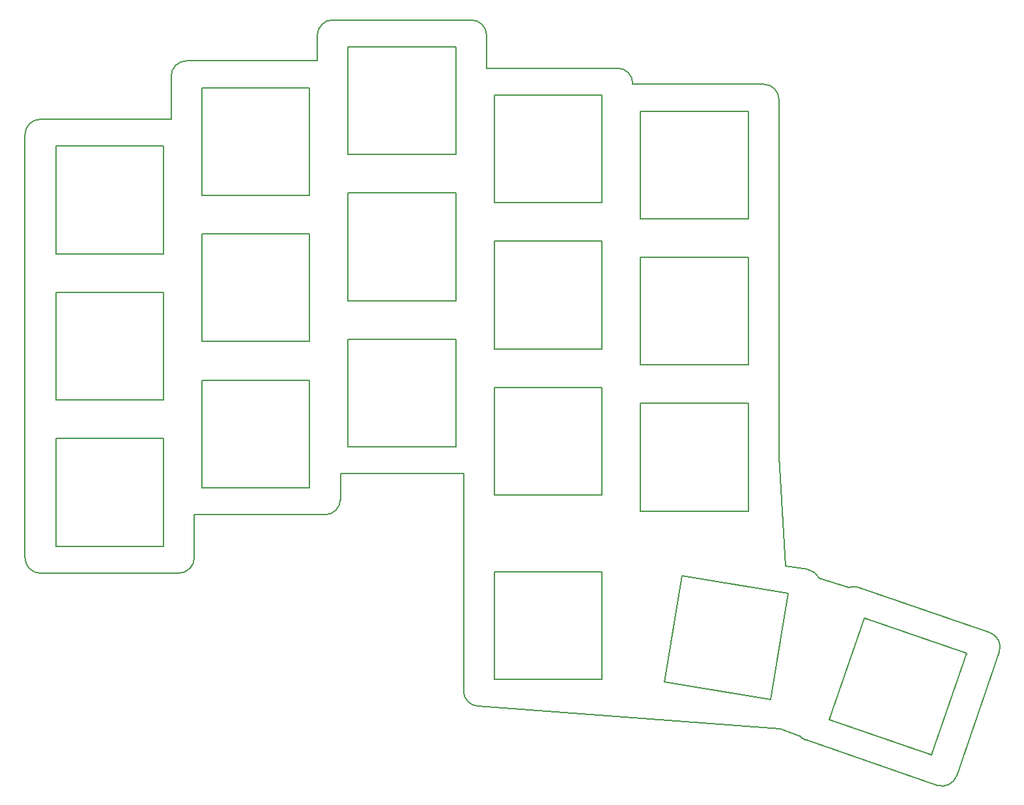
<source format=gbr>
%TF.GenerationSoftware,KiCad,Pcbnew,8.0.3*%
%TF.CreationDate,2024-07-17T09:40:22+02:00*%
%TF.ProjectId,top_plate,746f705f-706c-4617-9465-2e6b69636164,rev?*%
%TF.SameCoordinates,Original*%
%TF.FileFunction,Profile,NP*%
%FSLAX46Y46*%
G04 Gerber Fmt 4.6, Leading zero omitted, Abs format (unit mm)*
G04 Created by KiCad (PCBNEW 8.0.3) date 2024-07-17 09:40:22*
%MOMM*%
%LPD*%
G01*
G04 APERTURE LIST*
%TA.AperFunction,Profile*%
%ADD10C,0.150000*%
%TD*%
G04 APERTURE END LIST*
D10*
X18000000Y-85920000D02*
X36000000Y-85920000D01*
X38000000Y-83920000D02*
G75*
G02*
X36000000Y-85920000I-2000000J0D01*
G01*
X38000000Y-83920000D02*
X38000000Y-78320000D01*
X38000000Y-78320000D02*
X55000000Y-78320000D01*
X57000000Y-76320000D02*
G75*
G02*
X55000000Y-78320000I-2000000J0D01*
G01*
X57000000Y-76320000D02*
X57000000Y-73000000D01*
X57000000Y-73000000D02*
X73000000Y-73000000D01*
X73000000Y-101210000D02*
X73000000Y-73000000D01*
X74850177Y-103204380D02*
G75*
G02*
X73000000Y-101210000I149823J1994380D01*
G01*
X74850177Y-103204380D02*
X114192313Y-106159869D01*
X114192313Y-106159869D02*
X116679211Y-107055584D01*
X117537102Y-107634053D02*
G75*
G02*
X116679211Y-107055584I651137J1891036D01*
G01*
X117537103Y-107634054D02*
X134556437Y-113494281D01*
X137098611Y-112254379D02*
G75*
G02*
X134556437Y-113494281I-1891038J651136D01*
G01*
X137098611Y-112254380D02*
X142633269Y-96180564D01*
X141393368Y-93638391D02*
G75*
G02*
X142633269Y-96180564I-651136J-1891037D01*
G01*
X141393368Y-93638390D02*
X124374034Y-87778164D01*
X123046676Y-87786989D02*
G75*
G02*
X124374034Y-87778164I676222J-1882212D01*
G01*
X123046675Y-87786988D02*
X119230391Y-86569956D01*
X117749669Y-85446468D02*
G75*
G02*
X119230391Y-86569956I-330095J-1972571D01*
G01*
X117749669Y-85446468D02*
X114879027Y-84966087D01*
X114879027Y-84966087D02*
X114000000Y-70798016D01*
X114000000Y-70798016D02*
X114000000Y-24360000D01*
X112000000Y-22360000D02*
G75*
G02*
X114000000Y-24360000I0J-2000000D01*
G01*
X95000000Y-22360000D02*
X112000000Y-22360000D01*
X95000000Y-22360000D02*
X95000000Y-22270000D01*
X93000000Y-20270000D02*
G75*
G02*
X95000000Y-22270000I0J-2000000D01*
G01*
X76000000Y-20270000D02*
X93000000Y-20270000D01*
X76000000Y-20270000D02*
X76000000Y-16000000D01*
X74000000Y-14000000D02*
G75*
G02*
X76000000Y-16000000I0J-2000000D01*
G01*
X74000000Y-14000000D02*
X56000000Y-14000000D01*
X54000000Y-16000000D02*
G75*
G02*
X56000000Y-14000000I2000000J0D01*
G01*
X54000000Y-16000000D02*
X54000000Y-19320000D01*
X37000000Y-19320000D02*
X54000000Y-19320000D01*
X35000000Y-21320000D02*
G75*
G02*
X37000000Y-19320000I2000000J0D01*
G01*
X35000000Y-21320000D02*
X35000000Y-26920000D01*
X18000000Y-26920000D02*
X35000000Y-26920000D01*
X16000000Y-28920000D02*
G75*
G02*
X18000000Y-26920000I2000000J0D01*
G01*
X16000000Y-83920000D02*
X16000000Y-28920000D01*
X18000000Y-85920000D02*
G75*
G02*
X16000000Y-83920000I0J2000000D01*
G01*
X20000000Y-82420000D02*
X34000000Y-82420000D01*
X34000000Y-82420000D02*
X34000000Y-68420000D01*
X34000000Y-68420000D02*
X20000000Y-68420000D01*
X20000000Y-68420000D02*
X20000000Y-82420000D01*
X20000000Y-63420000D02*
X34000000Y-63420000D01*
X34000000Y-63420000D02*
X34000000Y-49420000D01*
X34000000Y-49420000D02*
X20000000Y-49420000D01*
X20000000Y-49420000D02*
X20000000Y-63420000D01*
X20000000Y-44420000D02*
X34000000Y-44420000D01*
X34000000Y-44420000D02*
X34000000Y-30420000D01*
X34000000Y-30420000D02*
X20000000Y-30420000D01*
X20000000Y-30420000D02*
X20000000Y-44420000D01*
X39000000Y-74820000D02*
X53000000Y-74820000D01*
X53000000Y-74820000D02*
X53000000Y-60820000D01*
X53000000Y-60820000D02*
X39000000Y-60820000D01*
X39000000Y-60820000D02*
X39000000Y-74820000D01*
X39000000Y-55820000D02*
X53000000Y-55820000D01*
X53000000Y-55820000D02*
X53000000Y-41820000D01*
X53000000Y-41820000D02*
X39000000Y-41820000D01*
X39000000Y-41820000D02*
X39000000Y-55820000D01*
X39000000Y-36820000D02*
X53000000Y-36820000D01*
X53000000Y-36820000D02*
X53000000Y-22820000D01*
X53000000Y-22820000D02*
X39000000Y-22820000D01*
X39000000Y-22820000D02*
X39000000Y-36820000D01*
X58000000Y-69500000D02*
X72000000Y-69500000D01*
X72000000Y-69500000D02*
X72000000Y-55500000D01*
X72000000Y-55500000D02*
X58000000Y-55500000D01*
X58000000Y-55500000D02*
X58000000Y-69500000D01*
X58000000Y-50500000D02*
X72000000Y-50500000D01*
X72000000Y-50500000D02*
X72000000Y-36500000D01*
X72000000Y-36500000D02*
X58000000Y-36500000D01*
X58000000Y-36500000D02*
X58000000Y-50500000D01*
X58000000Y-31500000D02*
X72000000Y-31500000D01*
X72000000Y-31500000D02*
X72000000Y-17500000D01*
X72000000Y-17500000D02*
X58000000Y-17500000D01*
X58000000Y-17500000D02*
X58000000Y-31500000D01*
X77000000Y-75770000D02*
X91000000Y-75770000D01*
X91000000Y-75770000D02*
X91000000Y-61770000D01*
X91000000Y-61770000D02*
X77000000Y-61770000D01*
X77000000Y-61770000D02*
X77000000Y-75770000D01*
X77000000Y-56770000D02*
X91000000Y-56770000D01*
X91000000Y-56770000D02*
X91000000Y-42770000D01*
X91000000Y-42770000D02*
X77000000Y-42770000D01*
X77000000Y-42770000D02*
X77000000Y-56770000D01*
X77000000Y-37770000D02*
X91000000Y-37770000D01*
X91000000Y-37770000D02*
X91000000Y-23770000D01*
X91000000Y-23770000D02*
X77000000Y-23770000D01*
X77000000Y-23770000D02*
X77000000Y-37770000D01*
X96000000Y-77860000D02*
X110000000Y-77860000D01*
X110000000Y-77860000D02*
X110000000Y-63860000D01*
X110000000Y-63860000D02*
X96000000Y-63860000D01*
X96000000Y-63860000D02*
X96000000Y-77860000D01*
X96000000Y-58860000D02*
X110000000Y-58860000D01*
X110000000Y-58860000D02*
X110000000Y-44860000D01*
X110000000Y-44860000D02*
X96000000Y-44860000D01*
X96000000Y-44860000D02*
X96000000Y-58860000D01*
X96000000Y-39860000D02*
X110000000Y-39860000D01*
X110000000Y-39860000D02*
X110000000Y-25860000D01*
X110000000Y-25860000D02*
X96000000Y-25860000D01*
X96000000Y-25860000D02*
X96000000Y-39860000D01*
X77000000Y-99710000D02*
X91000000Y-99710000D01*
X91000000Y-99710000D02*
X91000000Y-85710000D01*
X91000000Y-85710000D02*
X77000000Y-85710000D01*
X77000000Y-85710000D02*
X77000000Y-99710000D01*
X99080766Y-100065704D02*
X112888765Y-102376371D01*
X112888765Y-102376371D02*
X115199431Y-88568372D01*
X115199431Y-88568372D02*
X101391433Y-86257706D01*
X101391433Y-86257706D02*
X99080766Y-100065704D01*
X120567628Y-104975875D02*
X133804888Y-109533829D01*
X133804888Y-109533829D02*
X138362843Y-96296569D01*
X138362843Y-96296569D02*
X125125583Y-91738615D01*
X125125583Y-91738615D02*
X120567628Y-104975875D01*
M02*

</source>
